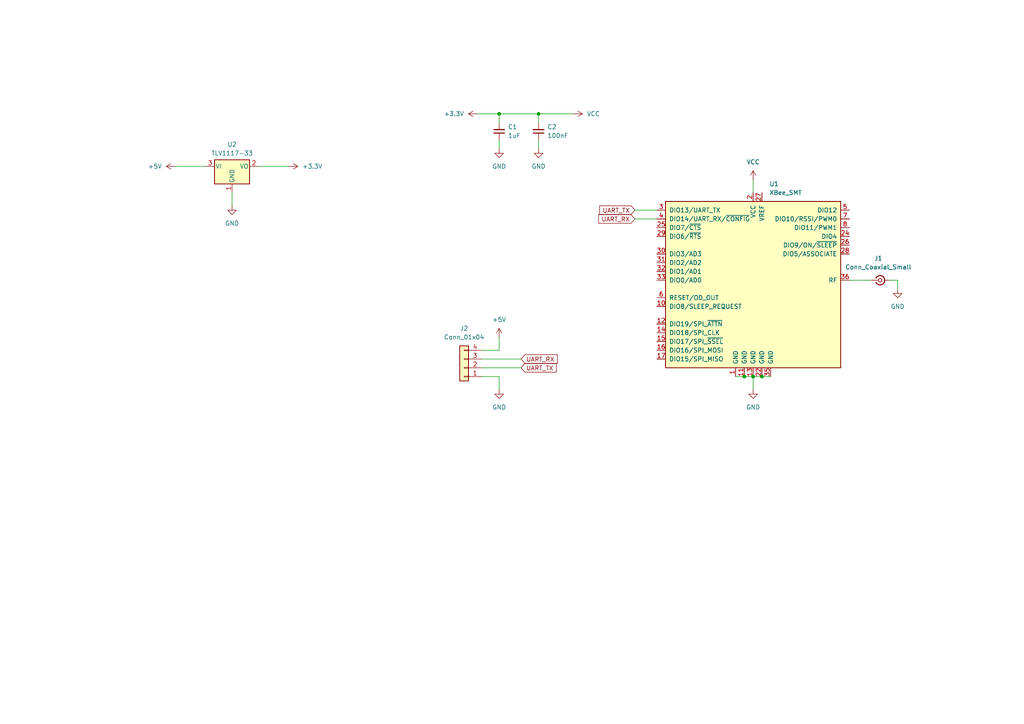
<source format=kicad_sch>
(kicad_sch (version 20250114) (generator "eeschema") (generator_version "9.0")
  (paper "A4")
  (lib_symbols
    (symbol "Connector:Conn_Coaxial_Small" (pin_numbers (hide yes)) (pin_names (offset 1.016) (hide yes))
      (property "Reference" "J" (at 0.254 3.048 0))
      (property "Value" "Conn_Coaxial_Small" (at 0 -3.81 0))
      (symbol "Conn_Coaxial_Small_0_1"
        (polyline (pts (xy -2.54 0) (xy -0.508 0)))
        (circle (center 0 0) (radius 0.508) (stroke (width 0.2032)))
      )
      (symbol "Conn_Coaxial_Small_1_1"
        (arc (start 1.3484 0.0039) (mid 0.327 -1.308) (end -1.1916 -0.6311) (stroke (width 0.3048)))
        (arc (start -1.1916 0.6311) (mid 0.327 1.3081) (end 1.3484 -0.0039) (stroke (width 0.3048)))
        (pin passive line (at -2.54 0 0) (length 1.27) (name "In") (number "1"))
        (pin passive line (at 2.54 0 180) (length 1.27) (name "Ext") (number "2"))
      )
    )
    (symbol "Connector_Generic:Conn_01x04" (pin_names (offset 1.016) (hide yes))
      (property "Reference" "J" (at 0 5.08 0))
      (property "Value" "Conn_01x04" (at 0 -7.62 0))
      (symbol "Conn_01x04_1_1"
        (rectangle (start -1.27 3.81) (end 1.27 -6.35) (stroke (width 0.254)) (fill (type background)))
        (rectangle (start -1.27 2.667) (end 0 2.413) (stroke (width 0.1524)))
        (rectangle (start -1.27 0.127) (end 0 -0.127) (stroke (width 0.1524)))
        (rectangle (start -1.27 -2.413) (end 0 -2.667) (stroke (width 0.1524)))
        (rectangle (start -1.27 -4.953) (end 0 -5.207) (stroke (width 0.1524)))
        (pin passive line (at -5.08 2.54 0) (length 3.81) (name "Pin_1") (number "1"))
        (pin passive line (at -5.08 0 0) (length 3.81) (name "Pin_2") (number "2"))
        (pin passive line (at -5.08 -2.54 0) (length 3.81) (name "Pin_3") (number "3"))
        (pin passive line (at -5.08 -5.08 0) (length 3.81) (name "Pin_4") (number "4"))
      )
    )
    (symbol "Device:C_Small" (pin_numbers (hide yes)) (pin_names (offset 0.254) (hide yes))
      (property "Reference" "C" (at 0.254 1.778 0))
      (property "Value" "C_Small" (at 0.254 -2.032 0))
      (symbol "C_Small_0_1"
        (polyline (pts (xy -1.524 0.508) (xy 1.524 0.508)) (stroke (width 0.3048)))
        (polyline (pts (xy -1.524 -0.508) (xy 1.524 -0.508)) (stroke (width 0.3302)))
      )
      (symbol "C_Small_1_1"
        (pin passive line (at 0 2.54 270) (length 2.032) (name "~") (number "1"))
        (pin passive line (at 0 -2.54 90) (length 2.032) (name "~") (number "2"))
      )
    )
    (symbol "RF_ZigBee:XBee_SMT" (pin_names (offset 1.016))
      (property "Reference" "U" (at -24.384 26.162 0))
      (property "Value" "XBee_SMT" (at -20.828 24.384 0))
      (symbol "XBee_SMT_0_1"
        (rectangle (start -25.4 22.86) (end 25.4 -25.4) (stroke (width 0.254)) (fill (type background)))
      )
      (symbol "XBee_SMT_1_1"
        (pin bidirectional line (at -27.94 20.32 0) (length 2.54) (name "DIO13/UART_TX") (number "3"))
        (pin bidirectional line (at -27.94 17.78 0) (length 2.54) (name "DIO14/UART_RX/~{CONFIG}") (number "4"))
        (pin bidirectional line (at -27.94 15.24 0) (length 2.54) (name "DIO7/~{CTS}") (number "25"))
        (pin bidirectional line (at -27.94 12.7 0) (length 2.54) (name "DIO6/~{RTS}") (number "29"))
        (pin bidirectional line (at -27.94 7.62 0) (length 2.54) (name "DIO3/AD3") (number "30"))
        (pin bidirectional line (at -27.94 5.08 0) (length 2.54) (name "DIO2/AD2") (number "31"))
        (pin bidirectional line (at -27.94 2.54 0) (length 2.54) (name "DIO1/AD1") (number "32"))
        (pin bidirectional line (at -27.94 0 0) (length 2.54) (name "DIO0/AD0") (number "33"))
        (pin bidirectional line (at -27.94 -5.08 0) (length 2.54) (name "RESET/OD_OUT") (number "6"))
        (pin bidirectional line (at -27.94 -7.62 0) (length 2.54) (name "DIO8/SLEEP_REQUEST") (number "10"))
        (pin output line (at -27.94 -12.7 0) (length 2.54) (name "DIO19/SPI_~{ATTN}") (number "12"))
        (pin input line (at -27.94 -15.24 0) (length 2.54) (name "DIO18/SPI_CLK") (number "14"))
        (pin input line (at -27.94 -17.78 0) (length 2.54) (name "DIO17/SPI_~{SSEL}") (number "15"))
        (pin input line (at -27.94 -20.32 0) (length 2.54) (name "DIO16/SPI_MOSI") (number "16"))
        (pin output line (at -27.94 -22.86 0) (length 2.54) (name "DIO15/SPI_MISO") (number "17"))
        (pin power_in line (at -5.08 -27.94 90) (length 2.54) (name "GND") (number "1"))
        (pin power_in line (at -2.54 -27.94 90) (length 2.54) (name "GND") (number "11"))
        (pin power_in line (at 0 25.4 270) (length 2.54) (name "VCC") (number "2"))
        (pin power_in line (at 0 -27.94 90) (length 2.54) (name "GND") (number "13"))
        (pin input line (at 2.54 25.4 270) (length 2.54) (name "VREF") (number "27"))
        (pin power_in line (at 2.54 -27.94 90) (length 2.54) (name "GND") (number "22"))
        (pin power_in line (at 5.08 -27.94 90) (length 2.54) (name "GND") (number "35"))
        (pin no_connect line (at 25.4 -5.08 180) (length 2.54) (hide yes) (name "NC") (number "37"))
        (pin no_connect line (at 25.4 -7.62 180) (length 2.54) (hide yes) (name "NC") (number "34"))
        (pin no_connect line (at 25.4 -10.16 180) (length 2.54) (hide yes) (name "NC") (number "23"))
        (pin no_connect line (at 25.4 -12.7 180) (length 2.54) (hide yes) (name "NC") (number "21"))
        (pin no_connect line (at 25.4 -15.24 180) (length 2.54) (hide yes) (name "NC") (number "20"))
        (pin no_connect line (at 25.4 -17.78 180) (length 2.54) (hide yes) (name "NC") (number "19"))
        (pin no_connect line (at 25.4 -20.32 180) (length 2.54) (hide yes) (name "NC") (number "18"))
        (pin no_connect line (at 25.4 -22.86 180) (length 2.54) (hide yes) (name "NC") (number "9"))
        (pin bidirectional line (at 27.94 20.32 180) (length 2.54) (name "DIO12") (number "5"))
        (pin bidirectional line (at 27.94 17.78 180) (length 2.54) (name "DIO10/RSSI/PWM0") (number "7"))
        (pin bidirectional line (at 27.94 15.24 180) (length 2.54) (name "DIO11/PWM1") (number "8"))
        (pin bidirectional line (at 27.94 12.7 180) (length 2.54) (name "DIO4") (number "24"))
        (pin bidirectional line (at 27.94 10.16 180) (length 2.54) (name "DIO9/ON/~{SLEEP}") (number "26"))
        (pin bidirectional line (at 27.94 7.62 180) (length 2.54) (name "DIO5/ASSOCIATE") (number "28"))
        (pin bidirectional line (at 27.94 0 180) (length 2.54) (name "RF") (number "36"))
      )
    )
    (symbol "Regulator_Linear:TLV1117-33" (pin_names (offset 0.254))
      (property "Reference" "U" (at -3.81 3.175 0))
      (property "Value" "TLV1117-33" (at 0 3.175 0))
      (symbol "TLV1117-33_0_1"
        (rectangle (start -5.08 -5.08) (end 5.08 1.905) (stroke (width 0.254)) (fill (type background)))
      )
      (symbol "TLV1117-33_1_1"
        (pin power_in line (at -7.62 0 0) (length 2.54) (name "VI") (number "3"))
        (pin power_in line (at 0 -7.62 90) (length 2.54) (name "GND") (number "1"))
        (pin power_out line (at 7.62 0 180) (length 2.54) (name "VO") (number "2"))
      )
    )
    (symbol "power:+3.3V" (power) (pin_numbers (hide yes)) (pin_names (offset 0) (hide yes))
      (property "Value" "+3.3V" (at 0 3.556 0))
      (symbol "+3.3V_0_1"
        (polyline (pts (xy -0.762 1.27) (xy 0 2.54)))
        (polyline (pts (xy 0 2.54) (xy 0.762 1.27)))
        (polyline (pts (xy 0 0) (xy 0 2.54)))
      )
      (symbol "+3.3V_1_1"
        (pin power_in line (at 0 0 90) (length 0) (name "~") (number "1"))
      )
    )
    (symbol "power:+5V" (power) (pin_numbers (hide yes)) (pin_names (offset 0) (hide yes))
      (property "Value" "+5V" (at 0 3.556 0))
      (symbol "+5V_0_1"
        (polyline (pts (xy -0.762 1.27) (xy 0 2.54)))
        (polyline (pts (xy 0 2.54) (xy 0.762 1.27)))
        (polyline (pts (xy 0 0) (xy 0 2.54)))
      )
      (symbol "+5V_1_1"
        (pin power_in line (at 0 0 90) (length 0) (name "~") (number "1"))
      )
    )
    (symbol "power:GND" (power) (pin_numbers (hide yes)) (pin_names (offset 0) (hide yes))
      (property "Value" "GND" (at 0 -3.81 0))
      (symbol "GND_0_1"
        (polyline (pts (xy 0 0) (xy 0 -1.27) (xy 1.27 -1.27) (xy 0 -2.54) (xy -1.27 -1.27) (xy 0 -1.27)))
      )
      (symbol "GND_1_1"
        (pin power_in line (at 0 0 270) (length 0) (name "~") (number "1"))
      )
    )
    (symbol "power:VCC" (power) (pin_numbers (hide yes)) (pin_names (offset 0) (hide yes))
      (property "Value" "VCC" (at 0 3.556 0))
      (symbol "VCC_0_1"
        (polyline (pts (xy -0.762 1.27) (xy 0 2.54)))
        (polyline (pts (xy 0 2.54) (xy 0.762 1.27)))
        (polyline (pts (xy 0 0) (xy 0 2.54)))
      )
      (symbol "VCC_1_1"
        (pin power_in line (at 0 0 90) (length 0) (name "~") (number "1"))
      )
    )
  )
  (junction (at 220.98 109.22))
  (junction (at 218.44 109.22))
  (junction (at 144.78 33.02))
  (junction (at 215.9 109.22))
  (junction (at 156.21 33.02))
  (wire (pts (xy 139.7 104.14) (xy 151.13 104.14)))
  (wire (pts (xy 218.44 109.22) (xy 218.44 113.03)))
  (wire (pts (xy 156.21 33.02) (xy 166.37 33.02)))
  (wire (pts (xy 139.7 109.22) (xy 144.78 109.22)))
  (wire (pts (xy 144.78 35.56) (xy 144.78 33.02)))
  (wire (pts (xy 156.21 35.56) (xy 156.21 33.02)))
  (wire (pts (xy 139.7 106.68) (xy 151.13 106.68)))
  (wire (pts (xy 260.35 83.82) (xy 260.35 81.28)))
  (wire (pts (xy 139.7 101.6) (xy 144.78 101.6)))
  (wire (pts (xy 74.93 48.26) (xy 83.82 48.26)))
  (wire (pts (xy 213.36 109.22) (xy 215.9 109.22)))
  (wire (pts (xy 218.44 52.07) (xy 218.44 55.88)))
  (wire (pts (xy 156.21 40.64) (xy 156.21 43.18)))
  (wire (pts (xy 144.78 109.22) (xy 144.78 113.03)))
  (wire (pts (xy 257.81 81.28) (xy 260.35 81.28)))
  (wire (pts (xy 218.44 109.22) (xy 220.98 109.22)))
  (wire (pts (xy 184.15 63.5) (xy 190.5 63.5)))
  (wire (pts (xy 144.78 33.02) (xy 156.21 33.02)))
  (wire (pts (xy 144.78 40.64) (xy 144.78 43.18)))
  (wire (pts (xy 220.98 109.22) (xy 223.52 109.22)))
  (wire (pts (xy 67.31 55.88) (xy 67.31 59.69)))
  (wire (pts (xy 215.9 109.22) (xy 218.44 109.22)))
  (wire (pts (xy 138.43 33.02) (xy 144.78 33.02)))
  (wire (pts (xy 50.8 48.26) (xy 59.69 48.26)))
  (wire (pts (xy 144.78 101.6) (xy 144.78 97.79)))
  (wire (pts (xy 246.38 81.28) (xy 252.73 81.28)))
  (wire (pts (xy 184.15 60.96) (xy 190.5 60.96)))
  (global_label "UART_TX" (shape input) (at 151.13 106.68 0) (property "Intersheetrefs" "${INTERSHEET_REFS}" (effects (hide yes))))
  (global_label "UART_RX" (shape input) (at 151.13 104.14 0) (property "Intersheetrefs" "${INTERSHEET_REFS}" (effects (hide yes))))
  (global_label "UART_TX" (shape input) (at 184.15 60.96 180) (property "Intersheetrefs" "${INTERSHEET_REFS}" (effects (hide yes))))
  (global_label "UART_RX" (shape input) (at 184.15 63.5 180) (property "Intersheetrefs" "${INTERSHEET_REFS}" (effects (hide yes))))
  (symbol (lib_id "Connector:Conn_Coaxial_Small") (at 255.27 81.28 0) (unit 1)
    (property "Reference" "J1" (at 254.7504 74.93 0))
    (property "Value" "Conn_Coaxial_Small" (at 254.7504 77.47 0))
    (property "Footprint" "Connector_Coaxial:SMA_Wurth_60312002114503_Vertical" (effects (hide yes)))
    (property "Description" "small coaxial connector (BNC, SMA, SMB, SMC, Cinch/RCA, LEMO, ...)" (effects (hide yes)))
  )
  (symbol (lib_id "power:VCC") (at 166.37 33.02 270) (unit 1)
    (property "Reference" "#PWR02" (effects (hide yes)))
    (property "Value" "VCC" (at 170.18 33.0199 90) (effects (justify left)))
    (property "Description" "Power symbol creates a global label with name \"VCC\"" (effects (hide yes)))
  )
  (symbol (lib_id "power:GND") (at 144.78 113.03 0) (unit 1)
    (property "Reference" "#PWR08" (effects (hide yes)))
    (property "Value" "GND" (at 144.78 118.11 0))
    (property "Description" "Power symbol creates a global label with name \"GND\" , ground" (effects (hide yes)))
  )
  (symbol (lib_id "power:GND") (at 67.31 59.69 0) (unit 1)
    (property "Reference" "#PWR05" (effects (hide yes)))
    (property "Value" "GND" (at 67.31 64.77 0))
    (property "Description" "Power symbol creates a global label with name \"GND\" , ground" (effects (hide yes)))
  )
  (symbol (lib_id "power:GND") (at 218.44 113.03 0) (unit 1)
    (property "Reference" "#PWR01" (effects (hide yes)))
    (property "Value" "GND" (at 218.44 118.11 0))
    (property "Description" "Power symbol creates a global label with name \"GND\" , ground" (effects (hide yes)))
  )
  (symbol (lib_id "power:+3.3V") (at 83.82 48.26 270) (unit 1)
    (property "Reference" "#PWR011" (effects (hide yes)))
    (property "Value" "+3.3V" (at 87.63 48.2599 90) (effects (justify left)))
    (property "Description" "Power symbol creates a global label with name \"+3.3V\"" (effects (hide yes)))
  )
  (symbol (lib_id "power:+5V") (at 50.8 48.26 90) (unit 1)
    (property "Reference" "#PWR010" (effects (hide yes)))
    (property "Value" "+5V" (at 46.99 48.2599 90) (effects (justify left)))
    (property "Description" "Power symbol creates a global label with name \"+5V\"" (effects (hide yes)))
  )
  (symbol (lib_id "power:GND") (at 260.35 83.82 0) (unit 1)
    (property "Reference" "#PWR013" (effects (hide yes)))
    (property "Value" "GND" (at 260.35 88.9 0))
    (property "Description" "Power symbol creates a global label with name \"GND\" , ground" (effects (hide yes)))
  )
  (symbol (lib_id "power:GND") (at 144.78 43.18 0) (unit 1)
    (property "Reference" "#PWR06" (effects (hide yes)))
    (property "Value" "GND" (at 144.78 48.26 0))
    (property "Description" "Power symbol creates a global label with name \"GND\" , ground" (effects (hide yes)))
  )
  (symbol (lib_id "Connector_Generic:Conn_01x04") (at 134.62 106.68 180) (unit 1)
    (property "Reference" "J2" (at 134.62 95.25 0))
    (property "Value" "Conn_01x04" (at 134.62 97.79 0))
    (property "Footprint" "Connector_PinHeader_2.54mm:PinHeader_1x04_P2.54mm_Vertical" (effects (hide yes)))
    (property "Description" "Generic connector, single row, 01x04, script generated (kicad-library-utils/schlib/autogen/connector/)" (effects (hide yes)))
  )
  (symbol (lib_id "Device:C_Small") (at 156.21 38.1 180) (unit 1)
    (property "Reference" "C2" (at 158.75 36.8235 0) (effects (justify right)))
    (property "Value" "100nF" (at 158.75 39.3635 0) (effects (justify right)))
    (property "Footprint" "Capacitor_SMD:C_0805_2012Metric" (effects (hide yes)))
    (property "Description" "Unpolarized capacitor, small symbol" (effects (hide yes)))
  )
  (symbol (lib_id "power:VCC") (at 218.44 52.07 0) (unit 1)
    (property "Reference" "#PWR03" (effects (hide yes)))
    (property "Value" "VCC" (at 218.44 46.99 0))
    (property "Description" "Power symbol creates a global label with name \"VCC\"" (effects (hide yes)))
  )
  (symbol (lib_id "power:GND") (at 156.21 43.18 0) (unit 1)
    (property "Reference" "#PWR07" (effects (hide yes)))
    (property "Value" "GND" (at 156.21 48.26 0))
    (property "Description" "Power symbol creates a global label with name \"GND\" , ground" (effects (hide yes)))
  )
  (symbol (lib_id "RF_ZigBee:XBee_SMT") (at 218.44 81.28 0) (unit 1)
    (property "Reference" "U1" (at 223.1233 53.34 0) (effects (justify left)))
    (property "Value" "XBee_SMT" (at 223.1233 55.88 0) (effects (justify left)))
    (property "Footprint" "RF_Module:Digi_XBee_SMT" (effects (hide yes)))
    (property "Datasheet" "http://www.digi.com/resources/documentation/digidocs/pdfs/90002126.pdf" (effects (hide yes)))
    (property "Description" "Digi Xbee SMT RF module" (effects (hide yes)))
  )
  (symbol (lib_id "Regulator_Linear:TLV1117-33") (at 67.31 48.26 0) (unit 1)
    (property "Reference" "U2" (at 67.31 41.91 0))
    (property "Value" "TLV1117-33" (at 67.31 44.45 0))
    (property "Footprint" "Package_TO_SOT_SMD:SOT-223-3_TabPin2" (effects (hide yes)))
    (property "Datasheet" "http://www.ti.com/lit/ds/symlink/tlv1117.pdf" (effects (hide yes)))
    (property "Description" "800mA Low-Dropout Linear Regulator, 3.3V fixed output, TO-220/TO-252/TO-263/SOT-223" (effects (hide yes)))
  )
  (symbol (lib_id "Device:C_Small") (at 144.78 38.1 180) (unit 1)
    (property "Reference" "C1" (at 147.32 36.8235 0) (effects (justify right)))
    (property "Value" "1uF" (at 147.32 39.3635 0) (effects (justify right)))
    (property "Footprint" "Capacitor_SMD:C_0805_2012Metric" (effects (hide yes)))
    (property "Description" "Unpolarized capacitor, small symbol" (effects (hide yes)))
  )
  (symbol (lib_id "power:+3.3V") (at 138.43 33.02 90) (unit 1)
    (property "Reference" "#PWR04" (effects (hide yes)))
    (property "Value" "+3.3V" (at 134.62 33.0199 90) (effects (justify left)))
    (property "Description" "Power symbol creates a global label with name \"+3.3V\"" (effects (hide yes)))
  )
  (symbol (lib_id "power:+5V") (at 144.78 97.79 0) (unit 1)
    (property "Reference" "#PWR09" (effects (hide yes)))
    (property "Value" "+5V" (at 144.78 92.71 0))
    (property "Description" "Power symbol creates a global label with name \"+5V\"" (effects (hide yes)))
  )
)
</source>
